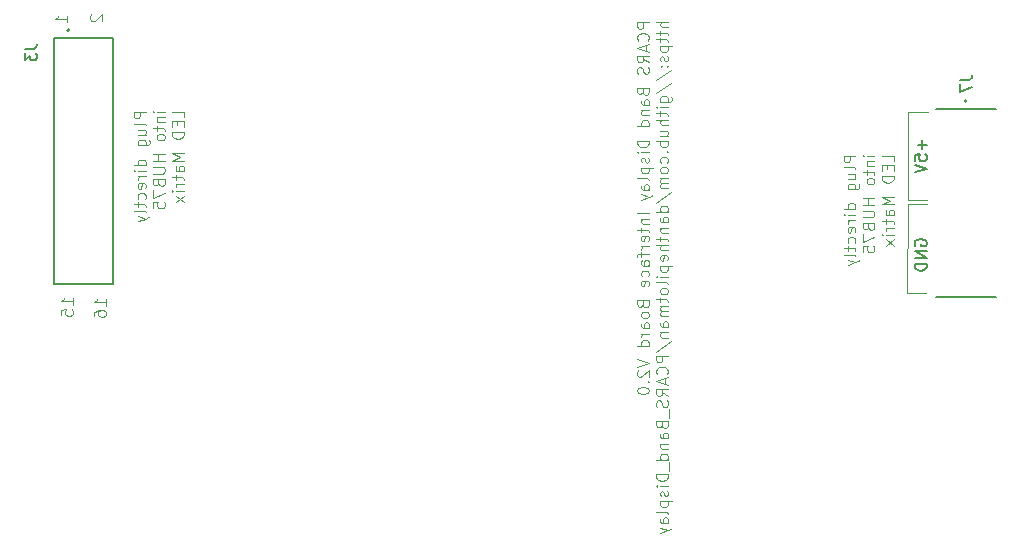
<source format=gbr>
%TF.GenerationSoftware,KiCad,Pcbnew,9.0.0*%
%TF.CreationDate,2025-04-30T10:49:43-04:00*%
%TF.ProjectId,W4MLB_Band_Display_V2,57344d4c-425f-4426-916e-645f44697370,1.0*%
%TF.SameCoordinates,Original*%
%TF.FileFunction,Legend,Bot*%
%TF.FilePolarity,Positive*%
%FSLAX46Y46*%
G04 Gerber Fmt 4.6, Leading zero omitted, Abs format (unit mm)*
G04 Created by KiCad (PCBNEW 9.0.0) date 2025-04-30 10:49:43*
%MOMM*%
%LPD*%
G01*
G04 APERTURE LIST*
%ADD10C,0.125000*%
%ADD11C,0.150000*%
%ADD12C,0.200000*%
G04 APERTURE END LIST*
D10*
X205790000Y-85530000D02*
X204140000Y-85530000D01*
X204140000Y-85530000D02*
X204100000Y-93010000D01*
X204020000Y-100840000D02*
X205660000Y-100840000D01*
X205710000Y-93360000D02*
X204060000Y-93360000D01*
X204060000Y-93360000D02*
X204020000Y-100840000D01*
X204100000Y-93010000D02*
X205740000Y-93010000D01*
X199651231Y-89230331D02*
X198651231Y-89230331D01*
X198651231Y-89230331D02*
X198651231Y-89611283D01*
X198651231Y-89611283D02*
X198698850Y-89706521D01*
X198698850Y-89706521D02*
X198746469Y-89754140D01*
X198746469Y-89754140D02*
X198841707Y-89801759D01*
X198841707Y-89801759D02*
X198984564Y-89801759D01*
X198984564Y-89801759D02*
X199079802Y-89754140D01*
X199079802Y-89754140D02*
X199127421Y-89706521D01*
X199127421Y-89706521D02*
X199175040Y-89611283D01*
X199175040Y-89611283D02*
X199175040Y-89230331D01*
X199651231Y-90373188D02*
X199603612Y-90277950D01*
X199603612Y-90277950D02*
X199508373Y-90230331D01*
X199508373Y-90230331D02*
X198651231Y-90230331D01*
X198984564Y-91182712D02*
X199651231Y-91182712D01*
X198984564Y-90754141D02*
X199508373Y-90754141D01*
X199508373Y-90754141D02*
X199603612Y-90801760D01*
X199603612Y-90801760D02*
X199651231Y-90896998D01*
X199651231Y-90896998D02*
X199651231Y-91039855D01*
X199651231Y-91039855D02*
X199603612Y-91135093D01*
X199603612Y-91135093D02*
X199555992Y-91182712D01*
X198984564Y-92087474D02*
X199794088Y-92087474D01*
X199794088Y-92087474D02*
X199889326Y-92039855D01*
X199889326Y-92039855D02*
X199936945Y-91992236D01*
X199936945Y-91992236D02*
X199984564Y-91896998D01*
X199984564Y-91896998D02*
X199984564Y-91754141D01*
X199984564Y-91754141D02*
X199936945Y-91658903D01*
X199603612Y-92087474D02*
X199651231Y-91992236D01*
X199651231Y-91992236D02*
X199651231Y-91801760D01*
X199651231Y-91801760D02*
X199603612Y-91706522D01*
X199603612Y-91706522D02*
X199555992Y-91658903D01*
X199555992Y-91658903D02*
X199460754Y-91611284D01*
X199460754Y-91611284D02*
X199175040Y-91611284D01*
X199175040Y-91611284D02*
X199079802Y-91658903D01*
X199079802Y-91658903D02*
X199032183Y-91706522D01*
X199032183Y-91706522D02*
X198984564Y-91801760D01*
X198984564Y-91801760D02*
X198984564Y-91992236D01*
X198984564Y-91992236D02*
X199032183Y-92087474D01*
X199651231Y-93754141D02*
X198651231Y-93754141D01*
X199603612Y-93754141D02*
X199651231Y-93658903D01*
X199651231Y-93658903D02*
X199651231Y-93468427D01*
X199651231Y-93468427D02*
X199603612Y-93373189D01*
X199603612Y-93373189D02*
X199555992Y-93325570D01*
X199555992Y-93325570D02*
X199460754Y-93277951D01*
X199460754Y-93277951D02*
X199175040Y-93277951D01*
X199175040Y-93277951D02*
X199079802Y-93325570D01*
X199079802Y-93325570D02*
X199032183Y-93373189D01*
X199032183Y-93373189D02*
X198984564Y-93468427D01*
X198984564Y-93468427D02*
X198984564Y-93658903D01*
X198984564Y-93658903D02*
X199032183Y-93754141D01*
X199651231Y-94230332D02*
X198984564Y-94230332D01*
X198651231Y-94230332D02*
X198698850Y-94182713D01*
X198698850Y-94182713D02*
X198746469Y-94230332D01*
X198746469Y-94230332D02*
X198698850Y-94277951D01*
X198698850Y-94277951D02*
X198651231Y-94230332D01*
X198651231Y-94230332D02*
X198746469Y-94230332D01*
X199651231Y-94706522D02*
X198984564Y-94706522D01*
X199175040Y-94706522D02*
X199079802Y-94754141D01*
X199079802Y-94754141D02*
X199032183Y-94801760D01*
X199032183Y-94801760D02*
X198984564Y-94896998D01*
X198984564Y-94896998D02*
X198984564Y-94992236D01*
X199603612Y-95706522D02*
X199651231Y-95611284D01*
X199651231Y-95611284D02*
X199651231Y-95420808D01*
X199651231Y-95420808D02*
X199603612Y-95325570D01*
X199603612Y-95325570D02*
X199508373Y-95277951D01*
X199508373Y-95277951D02*
X199127421Y-95277951D01*
X199127421Y-95277951D02*
X199032183Y-95325570D01*
X199032183Y-95325570D02*
X198984564Y-95420808D01*
X198984564Y-95420808D02*
X198984564Y-95611284D01*
X198984564Y-95611284D02*
X199032183Y-95706522D01*
X199032183Y-95706522D02*
X199127421Y-95754141D01*
X199127421Y-95754141D02*
X199222659Y-95754141D01*
X199222659Y-95754141D02*
X199317897Y-95277951D01*
X199603612Y-96611284D02*
X199651231Y-96516046D01*
X199651231Y-96516046D02*
X199651231Y-96325570D01*
X199651231Y-96325570D02*
X199603612Y-96230332D01*
X199603612Y-96230332D02*
X199555992Y-96182713D01*
X199555992Y-96182713D02*
X199460754Y-96135094D01*
X199460754Y-96135094D02*
X199175040Y-96135094D01*
X199175040Y-96135094D02*
X199079802Y-96182713D01*
X199079802Y-96182713D02*
X199032183Y-96230332D01*
X199032183Y-96230332D02*
X198984564Y-96325570D01*
X198984564Y-96325570D02*
X198984564Y-96516046D01*
X198984564Y-96516046D02*
X199032183Y-96611284D01*
X198984564Y-96896999D02*
X198984564Y-97277951D01*
X198651231Y-97039856D02*
X199508373Y-97039856D01*
X199508373Y-97039856D02*
X199603612Y-97087475D01*
X199603612Y-97087475D02*
X199651231Y-97182713D01*
X199651231Y-97182713D02*
X199651231Y-97277951D01*
X199651231Y-97754142D02*
X199603612Y-97658904D01*
X199603612Y-97658904D02*
X199508373Y-97611285D01*
X199508373Y-97611285D02*
X198651231Y-97611285D01*
X198984564Y-98039857D02*
X199651231Y-98277952D01*
X198984564Y-98516047D02*
X199651231Y-98277952D01*
X199651231Y-98277952D02*
X199889326Y-98182714D01*
X199889326Y-98182714D02*
X199936945Y-98135095D01*
X199936945Y-98135095D02*
X199984564Y-98039857D01*
X201261175Y-89230331D02*
X200594508Y-89230331D01*
X200261175Y-89230331D02*
X200308794Y-89182712D01*
X200308794Y-89182712D02*
X200356413Y-89230331D01*
X200356413Y-89230331D02*
X200308794Y-89277950D01*
X200308794Y-89277950D02*
X200261175Y-89230331D01*
X200261175Y-89230331D02*
X200356413Y-89230331D01*
X200594508Y-89706521D02*
X201261175Y-89706521D01*
X200689746Y-89706521D02*
X200642127Y-89754140D01*
X200642127Y-89754140D02*
X200594508Y-89849378D01*
X200594508Y-89849378D02*
X200594508Y-89992235D01*
X200594508Y-89992235D02*
X200642127Y-90087473D01*
X200642127Y-90087473D02*
X200737365Y-90135092D01*
X200737365Y-90135092D02*
X201261175Y-90135092D01*
X200594508Y-90468426D02*
X200594508Y-90849378D01*
X200261175Y-90611283D02*
X201118317Y-90611283D01*
X201118317Y-90611283D02*
X201213556Y-90658902D01*
X201213556Y-90658902D02*
X201261175Y-90754140D01*
X201261175Y-90754140D02*
X201261175Y-90849378D01*
X201261175Y-91325569D02*
X201213556Y-91230331D01*
X201213556Y-91230331D02*
X201165936Y-91182712D01*
X201165936Y-91182712D02*
X201070698Y-91135093D01*
X201070698Y-91135093D02*
X200784984Y-91135093D01*
X200784984Y-91135093D02*
X200689746Y-91182712D01*
X200689746Y-91182712D02*
X200642127Y-91230331D01*
X200642127Y-91230331D02*
X200594508Y-91325569D01*
X200594508Y-91325569D02*
X200594508Y-91468426D01*
X200594508Y-91468426D02*
X200642127Y-91563664D01*
X200642127Y-91563664D02*
X200689746Y-91611283D01*
X200689746Y-91611283D02*
X200784984Y-91658902D01*
X200784984Y-91658902D02*
X201070698Y-91658902D01*
X201070698Y-91658902D02*
X201165936Y-91611283D01*
X201165936Y-91611283D02*
X201213556Y-91563664D01*
X201213556Y-91563664D02*
X201261175Y-91468426D01*
X201261175Y-91468426D02*
X201261175Y-91325569D01*
X201261175Y-92849379D02*
X200261175Y-92849379D01*
X200737365Y-92849379D02*
X200737365Y-93420807D01*
X201261175Y-93420807D02*
X200261175Y-93420807D01*
X200261175Y-93896998D02*
X201070698Y-93896998D01*
X201070698Y-93896998D02*
X201165936Y-93944617D01*
X201165936Y-93944617D02*
X201213556Y-93992236D01*
X201213556Y-93992236D02*
X201261175Y-94087474D01*
X201261175Y-94087474D02*
X201261175Y-94277950D01*
X201261175Y-94277950D02*
X201213556Y-94373188D01*
X201213556Y-94373188D02*
X201165936Y-94420807D01*
X201165936Y-94420807D02*
X201070698Y-94468426D01*
X201070698Y-94468426D02*
X200261175Y-94468426D01*
X200737365Y-95277950D02*
X200784984Y-95420807D01*
X200784984Y-95420807D02*
X200832603Y-95468426D01*
X200832603Y-95468426D02*
X200927841Y-95516045D01*
X200927841Y-95516045D02*
X201070698Y-95516045D01*
X201070698Y-95516045D02*
X201165936Y-95468426D01*
X201165936Y-95468426D02*
X201213556Y-95420807D01*
X201213556Y-95420807D02*
X201261175Y-95325569D01*
X201261175Y-95325569D02*
X201261175Y-94944617D01*
X201261175Y-94944617D02*
X200261175Y-94944617D01*
X200261175Y-94944617D02*
X200261175Y-95277950D01*
X200261175Y-95277950D02*
X200308794Y-95373188D01*
X200308794Y-95373188D02*
X200356413Y-95420807D01*
X200356413Y-95420807D02*
X200451651Y-95468426D01*
X200451651Y-95468426D02*
X200546889Y-95468426D01*
X200546889Y-95468426D02*
X200642127Y-95420807D01*
X200642127Y-95420807D02*
X200689746Y-95373188D01*
X200689746Y-95373188D02*
X200737365Y-95277950D01*
X200737365Y-95277950D02*
X200737365Y-94944617D01*
X200261175Y-95849379D02*
X200261175Y-96516045D01*
X200261175Y-96516045D02*
X201261175Y-96087474D01*
X200261175Y-97373188D02*
X200261175Y-96896998D01*
X200261175Y-96896998D02*
X200737365Y-96849379D01*
X200737365Y-96849379D02*
X200689746Y-96896998D01*
X200689746Y-96896998D02*
X200642127Y-96992236D01*
X200642127Y-96992236D02*
X200642127Y-97230331D01*
X200642127Y-97230331D02*
X200689746Y-97325569D01*
X200689746Y-97325569D02*
X200737365Y-97373188D01*
X200737365Y-97373188D02*
X200832603Y-97420807D01*
X200832603Y-97420807D02*
X201070698Y-97420807D01*
X201070698Y-97420807D02*
X201165936Y-97373188D01*
X201165936Y-97373188D02*
X201213556Y-97325569D01*
X201213556Y-97325569D02*
X201261175Y-97230331D01*
X201261175Y-97230331D02*
X201261175Y-96992236D01*
X201261175Y-96992236D02*
X201213556Y-96896998D01*
X201213556Y-96896998D02*
X201165936Y-96849379D01*
X202871119Y-89706521D02*
X202871119Y-89230331D01*
X202871119Y-89230331D02*
X201871119Y-89230331D01*
X202347309Y-90039855D02*
X202347309Y-90373188D01*
X202871119Y-90516045D02*
X202871119Y-90039855D01*
X202871119Y-90039855D02*
X201871119Y-90039855D01*
X201871119Y-90039855D02*
X201871119Y-90516045D01*
X202871119Y-90944617D02*
X201871119Y-90944617D01*
X201871119Y-90944617D02*
X201871119Y-91182712D01*
X201871119Y-91182712D02*
X201918738Y-91325569D01*
X201918738Y-91325569D02*
X202013976Y-91420807D01*
X202013976Y-91420807D02*
X202109214Y-91468426D01*
X202109214Y-91468426D02*
X202299690Y-91516045D01*
X202299690Y-91516045D02*
X202442547Y-91516045D01*
X202442547Y-91516045D02*
X202633023Y-91468426D01*
X202633023Y-91468426D02*
X202728261Y-91420807D01*
X202728261Y-91420807D02*
X202823500Y-91325569D01*
X202823500Y-91325569D02*
X202871119Y-91182712D01*
X202871119Y-91182712D02*
X202871119Y-90944617D01*
X202871119Y-92706522D02*
X201871119Y-92706522D01*
X201871119Y-92706522D02*
X202585404Y-93039855D01*
X202585404Y-93039855D02*
X201871119Y-93373188D01*
X201871119Y-93373188D02*
X202871119Y-93373188D01*
X202871119Y-94277950D02*
X202347309Y-94277950D01*
X202347309Y-94277950D02*
X202252071Y-94230331D01*
X202252071Y-94230331D02*
X202204452Y-94135093D01*
X202204452Y-94135093D02*
X202204452Y-93944617D01*
X202204452Y-93944617D02*
X202252071Y-93849379D01*
X202823500Y-94277950D02*
X202871119Y-94182712D01*
X202871119Y-94182712D02*
X202871119Y-93944617D01*
X202871119Y-93944617D02*
X202823500Y-93849379D01*
X202823500Y-93849379D02*
X202728261Y-93801760D01*
X202728261Y-93801760D02*
X202633023Y-93801760D01*
X202633023Y-93801760D02*
X202537785Y-93849379D01*
X202537785Y-93849379D02*
X202490166Y-93944617D01*
X202490166Y-93944617D02*
X202490166Y-94182712D01*
X202490166Y-94182712D02*
X202442547Y-94277950D01*
X202204452Y-94611284D02*
X202204452Y-94992236D01*
X201871119Y-94754141D02*
X202728261Y-94754141D01*
X202728261Y-94754141D02*
X202823500Y-94801760D01*
X202823500Y-94801760D02*
X202871119Y-94896998D01*
X202871119Y-94896998D02*
X202871119Y-94992236D01*
X202871119Y-95325570D02*
X202204452Y-95325570D01*
X202394928Y-95325570D02*
X202299690Y-95373189D01*
X202299690Y-95373189D02*
X202252071Y-95420808D01*
X202252071Y-95420808D02*
X202204452Y-95516046D01*
X202204452Y-95516046D02*
X202204452Y-95611284D01*
X202871119Y-95944618D02*
X202204452Y-95944618D01*
X201871119Y-95944618D02*
X201918738Y-95896999D01*
X201918738Y-95896999D02*
X201966357Y-95944618D01*
X201966357Y-95944618D02*
X201918738Y-95992237D01*
X201918738Y-95992237D02*
X201871119Y-95944618D01*
X201871119Y-95944618D02*
X201966357Y-95944618D01*
X202871119Y-96325570D02*
X202204452Y-96849379D01*
X202204452Y-96325570D02*
X202871119Y-96849379D01*
X139551231Y-85520331D02*
X138551231Y-85520331D01*
X138551231Y-85520331D02*
X138551231Y-85901283D01*
X138551231Y-85901283D02*
X138598850Y-85996521D01*
X138598850Y-85996521D02*
X138646469Y-86044140D01*
X138646469Y-86044140D02*
X138741707Y-86091759D01*
X138741707Y-86091759D02*
X138884564Y-86091759D01*
X138884564Y-86091759D02*
X138979802Y-86044140D01*
X138979802Y-86044140D02*
X139027421Y-85996521D01*
X139027421Y-85996521D02*
X139075040Y-85901283D01*
X139075040Y-85901283D02*
X139075040Y-85520331D01*
X139551231Y-86663188D02*
X139503612Y-86567950D01*
X139503612Y-86567950D02*
X139408373Y-86520331D01*
X139408373Y-86520331D02*
X138551231Y-86520331D01*
X138884564Y-87472712D02*
X139551231Y-87472712D01*
X138884564Y-87044141D02*
X139408373Y-87044141D01*
X139408373Y-87044141D02*
X139503612Y-87091760D01*
X139503612Y-87091760D02*
X139551231Y-87186998D01*
X139551231Y-87186998D02*
X139551231Y-87329855D01*
X139551231Y-87329855D02*
X139503612Y-87425093D01*
X139503612Y-87425093D02*
X139455992Y-87472712D01*
X138884564Y-88377474D02*
X139694088Y-88377474D01*
X139694088Y-88377474D02*
X139789326Y-88329855D01*
X139789326Y-88329855D02*
X139836945Y-88282236D01*
X139836945Y-88282236D02*
X139884564Y-88186998D01*
X139884564Y-88186998D02*
X139884564Y-88044141D01*
X139884564Y-88044141D02*
X139836945Y-87948903D01*
X139503612Y-88377474D02*
X139551231Y-88282236D01*
X139551231Y-88282236D02*
X139551231Y-88091760D01*
X139551231Y-88091760D02*
X139503612Y-87996522D01*
X139503612Y-87996522D02*
X139455992Y-87948903D01*
X139455992Y-87948903D02*
X139360754Y-87901284D01*
X139360754Y-87901284D02*
X139075040Y-87901284D01*
X139075040Y-87901284D02*
X138979802Y-87948903D01*
X138979802Y-87948903D02*
X138932183Y-87996522D01*
X138932183Y-87996522D02*
X138884564Y-88091760D01*
X138884564Y-88091760D02*
X138884564Y-88282236D01*
X138884564Y-88282236D02*
X138932183Y-88377474D01*
X139551231Y-90044141D02*
X138551231Y-90044141D01*
X139503612Y-90044141D02*
X139551231Y-89948903D01*
X139551231Y-89948903D02*
X139551231Y-89758427D01*
X139551231Y-89758427D02*
X139503612Y-89663189D01*
X139503612Y-89663189D02*
X139455992Y-89615570D01*
X139455992Y-89615570D02*
X139360754Y-89567951D01*
X139360754Y-89567951D02*
X139075040Y-89567951D01*
X139075040Y-89567951D02*
X138979802Y-89615570D01*
X138979802Y-89615570D02*
X138932183Y-89663189D01*
X138932183Y-89663189D02*
X138884564Y-89758427D01*
X138884564Y-89758427D02*
X138884564Y-89948903D01*
X138884564Y-89948903D02*
X138932183Y-90044141D01*
X139551231Y-90520332D02*
X138884564Y-90520332D01*
X138551231Y-90520332D02*
X138598850Y-90472713D01*
X138598850Y-90472713D02*
X138646469Y-90520332D01*
X138646469Y-90520332D02*
X138598850Y-90567951D01*
X138598850Y-90567951D02*
X138551231Y-90520332D01*
X138551231Y-90520332D02*
X138646469Y-90520332D01*
X139551231Y-90996522D02*
X138884564Y-90996522D01*
X139075040Y-90996522D02*
X138979802Y-91044141D01*
X138979802Y-91044141D02*
X138932183Y-91091760D01*
X138932183Y-91091760D02*
X138884564Y-91186998D01*
X138884564Y-91186998D02*
X138884564Y-91282236D01*
X139503612Y-91996522D02*
X139551231Y-91901284D01*
X139551231Y-91901284D02*
X139551231Y-91710808D01*
X139551231Y-91710808D02*
X139503612Y-91615570D01*
X139503612Y-91615570D02*
X139408373Y-91567951D01*
X139408373Y-91567951D02*
X139027421Y-91567951D01*
X139027421Y-91567951D02*
X138932183Y-91615570D01*
X138932183Y-91615570D02*
X138884564Y-91710808D01*
X138884564Y-91710808D02*
X138884564Y-91901284D01*
X138884564Y-91901284D02*
X138932183Y-91996522D01*
X138932183Y-91996522D02*
X139027421Y-92044141D01*
X139027421Y-92044141D02*
X139122659Y-92044141D01*
X139122659Y-92044141D02*
X139217897Y-91567951D01*
X139503612Y-92901284D02*
X139551231Y-92806046D01*
X139551231Y-92806046D02*
X139551231Y-92615570D01*
X139551231Y-92615570D02*
X139503612Y-92520332D01*
X139503612Y-92520332D02*
X139455992Y-92472713D01*
X139455992Y-92472713D02*
X139360754Y-92425094D01*
X139360754Y-92425094D02*
X139075040Y-92425094D01*
X139075040Y-92425094D02*
X138979802Y-92472713D01*
X138979802Y-92472713D02*
X138932183Y-92520332D01*
X138932183Y-92520332D02*
X138884564Y-92615570D01*
X138884564Y-92615570D02*
X138884564Y-92806046D01*
X138884564Y-92806046D02*
X138932183Y-92901284D01*
X138884564Y-93186999D02*
X138884564Y-93567951D01*
X138551231Y-93329856D02*
X139408373Y-93329856D01*
X139408373Y-93329856D02*
X139503612Y-93377475D01*
X139503612Y-93377475D02*
X139551231Y-93472713D01*
X139551231Y-93472713D02*
X139551231Y-93567951D01*
X139551231Y-94044142D02*
X139503612Y-93948904D01*
X139503612Y-93948904D02*
X139408373Y-93901285D01*
X139408373Y-93901285D02*
X138551231Y-93901285D01*
X138884564Y-94329857D02*
X139551231Y-94567952D01*
X138884564Y-94806047D02*
X139551231Y-94567952D01*
X139551231Y-94567952D02*
X139789326Y-94472714D01*
X139789326Y-94472714D02*
X139836945Y-94425095D01*
X139836945Y-94425095D02*
X139884564Y-94329857D01*
X141161175Y-85520331D02*
X140494508Y-85520331D01*
X140161175Y-85520331D02*
X140208794Y-85472712D01*
X140208794Y-85472712D02*
X140256413Y-85520331D01*
X140256413Y-85520331D02*
X140208794Y-85567950D01*
X140208794Y-85567950D02*
X140161175Y-85520331D01*
X140161175Y-85520331D02*
X140256413Y-85520331D01*
X140494508Y-85996521D02*
X141161175Y-85996521D01*
X140589746Y-85996521D02*
X140542127Y-86044140D01*
X140542127Y-86044140D02*
X140494508Y-86139378D01*
X140494508Y-86139378D02*
X140494508Y-86282235D01*
X140494508Y-86282235D02*
X140542127Y-86377473D01*
X140542127Y-86377473D02*
X140637365Y-86425092D01*
X140637365Y-86425092D02*
X141161175Y-86425092D01*
X140494508Y-86758426D02*
X140494508Y-87139378D01*
X140161175Y-86901283D02*
X141018317Y-86901283D01*
X141018317Y-86901283D02*
X141113556Y-86948902D01*
X141113556Y-86948902D02*
X141161175Y-87044140D01*
X141161175Y-87044140D02*
X141161175Y-87139378D01*
X141161175Y-87615569D02*
X141113556Y-87520331D01*
X141113556Y-87520331D02*
X141065936Y-87472712D01*
X141065936Y-87472712D02*
X140970698Y-87425093D01*
X140970698Y-87425093D02*
X140684984Y-87425093D01*
X140684984Y-87425093D02*
X140589746Y-87472712D01*
X140589746Y-87472712D02*
X140542127Y-87520331D01*
X140542127Y-87520331D02*
X140494508Y-87615569D01*
X140494508Y-87615569D02*
X140494508Y-87758426D01*
X140494508Y-87758426D02*
X140542127Y-87853664D01*
X140542127Y-87853664D02*
X140589746Y-87901283D01*
X140589746Y-87901283D02*
X140684984Y-87948902D01*
X140684984Y-87948902D02*
X140970698Y-87948902D01*
X140970698Y-87948902D02*
X141065936Y-87901283D01*
X141065936Y-87901283D02*
X141113556Y-87853664D01*
X141113556Y-87853664D02*
X141161175Y-87758426D01*
X141161175Y-87758426D02*
X141161175Y-87615569D01*
X141161175Y-89139379D02*
X140161175Y-89139379D01*
X140637365Y-89139379D02*
X140637365Y-89710807D01*
X141161175Y-89710807D02*
X140161175Y-89710807D01*
X140161175Y-90186998D02*
X140970698Y-90186998D01*
X140970698Y-90186998D02*
X141065936Y-90234617D01*
X141065936Y-90234617D02*
X141113556Y-90282236D01*
X141113556Y-90282236D02*
X141161175Y-90377474D01*
X141161175Y-90377474D02*
X141161175Y-90567950D01*
X141161175Y-90567950D02*
X141113556Y-90663188D01*
X141113556Y-90663188D02*
X141065936Y-90710807D01*
X141065936Y-90710807D02*
X140970698Y-90758426D01*
X140970698Y-90758426D02*
X140161175Y-90758426D01*
X140637365Y-91567950D02*
X140684984Y-91710807D01*
X140684984Y-91710807D02*
X140732603Y-91758426D01*
X140732603Y-91758426D02*
X140827841Y-91806045D01*
X140827841Y-91806045D02*
X140970698Y-91806045D01*
X140970698Y-91806045D02*
X141065936Y-91758426D01*
X141065936Y-91758426D02*
X141113556Y-91710807D01*
X141113556Y-91710807D02*
X141161175Y-91615569D01*
X141161175Y-91615569D02*
X141161175Y-91234617D01*
X141161175Y-91234617D02*
X140161175Y-91234617D01*
X140161175Y-91234617D02*
X140161175Y-91567950D01*
X140161175Y-91567950D02*
X140208794Y-91663188D01*
X140208794Y-91663188D02*
X140256413Y-91710807D01*
X140256413Y-91710807D02*
X140351651Y-91758426D01*
X140351651Y-91758426D02*
X140446889Y-91758426D01*
X140446889Y-91758426D02*
X140542127Y-91710807D01*
X140542127Y-91710807D02*
X140589746Y-91663188D01*
X140589746Y-91663188D02*
X140637365Y-91567950D01*
X140637365Y-91567950D02*
X140637365Y-91234617D01*
X140161175Y-92139379D02*
X140161175Y-92806045D01*
X140161175Y-92806045D02*
X141161175Y-92377474D01*
X140161175Y-93663188D02*
X140161175Y-93186998D01*
X140161175Y-93186998D02*
X140637365Y-93139379D01*
X140637365Y-93139379D02*
X140589746Y-93186998D01*
X140589746Y-93186998D02*
X140542127Y-93282236D01*
X140542127Y-93282236D02*
X140542127Y-93520331D01*
X140542127Y-93520331D02*
X140589746Y-93615569D01*
X140589746Y-93615569D02*
X140637365Y-93663188D01*
X140637365Y-93663188D02*
X140732603Y-93710807D01*
X140732603Y-93710807D02*
X140970698Y-93710807D01*
X140970698Y-93710807D02*
X141065936Y-93663188D01*
X141065936Y-93663188D02*
X141113556Y-93615569D01*
X141113556Y-93615569D02*
X141161175Y-93520331D01*
X141161175Y-93520331D02*
X141161175Y-93282236D01*
X141161175Y-93282236D02*
X141113556Y-93186998D01*
X141113556Y-93186998D02*
X141065936Y-93139379D01*
X142771119Y-85996521D02*
X142771119Y-85520331D01*
X142771119Y-85520331D02*
X141771119Y-85520331D01*
X142247309Y-86329855D02*
X142247309Y-86663188D01*
X142771119Y-86806045D02*
X142771119Y-86329855D01*
X142771119Y-86329855D02*
X141771119Y-86329855D01*
X141771119Y-86329855D02*
X141771119Y-86806045D01*
X142771119Y-87234617D02*
X141771119Y-87234617D01*
X141771119Y-87234617D02*
X141771119Y-87472712D01*
X141771119Y-87472712D02*
X141818738Y-87615569D01*
X141818738Y-87615569D02*
X141913976Y-87710807D01*
X141913976Y-87710807D02*
X142009214Y-87758426D01*
X142009214Y-87758426D02*
X142199690Y-87806045D01*
X142199690Y-87806045D02*
X142342547Y-87806045D01*
X142342547Y-87806045D02*
X142533023Y-87758426D01*
X142533023Y-87758426D02*
X142628261Y-87710807D01*
X142628261Y-87710807D02*
X142723500Y-87615569D01*
X142723500Y-87615569D02*
X142771119Y-87472712D01*
X142771119Y-87472712D02*
X142771119Y-87234617D01*
X142771119Y-88996522D02*
X141771119Y-88996522D01*
X141771119Y-88996522D02*
X142485404Y-89329855D01*
X142485404Y-89329855D02*
X141771119Y-89663188D01*
X141771119Y-89663188D02*
X142771119Y-89663188D01*
X142771119Y-90567950D02*
X142247309Y-90567950D01*
X142247309Y-90567950D02*
X142152071Y-90520331D01*
X142152071Y-90520331D02*
X142104452Y-90425093D01*
X142104452Y-90425093D02*
X142104452Y-90234617D01*
X142104452Y-90234617D02*
X142152071Y-90139379D01*
X142723500Y-90567950D02*
X142771119Y-90472712D01*
X142771119Y-90472712D02*
X142771119Y-90234617D01*
X142771119Y-90234617D02*
X142723500Y-90139379D01*
X142723500Y-90139379D02*
X142628261Y-90091760D01*
X142628261Y-90091760D02*
X142533023Y-90091760D01*
X142533023Y-90091760D02*
X142437785Y-90139379D01*
X142437785Y-90139379D02*
X142390166Y-90234617D01*
X142390166Y-90234617D02*
X142390166Y-90472712D01*
X142390166Y-90472712D02*
X142342547Y-90567950D01*
X142104452Y-90901284D02*
X142104452Y-91282236D01*
X141771119Y-91044141D02*
X142628261Y-91044141D01*
X142628261Y-91044141D02*
X142723500Y-91091760D01*
X142723500Y-91091760D02*
X142771119Y-91186998D01*
X142771119Y-91186998D02*
X142771119Y-91282236D01*
X142771119Y-91615570D02*
X142104452Y-91615570D01*
X142294928Y-91615570D02*
X142199690Y-91663189D01*
X142199690Y-91663189D02*
X142152071Y-91710808D01*
X142152071Y-91710808D02*
X142104452Y-91806046D01*
X142104452Y-91806046D02*
X142104452Y-91901284D01*
X142771119Y-92234618D02*
X142104452Y-92234618D01*
X141771119Y-92234618D02*
X141818738Y-92186999D01*
X141818738Y-92186999D02*
X141866357Y-92234618D01*
X141866357Y-92234618D02*
X141818738Y-92282237D01*
X141818738Y-92282237D02*
X141771119Y-92234618D01*
X141771119Y-92234618D02*
X141866357Y-92234618D01*
X142771119Y-92615570D02*
X142104452Y-93139379D01*
X142104452Y-92615570D02*
X142771119Y-93139379D01*
D11*
X205288866Y-87946779D02*
X205288866Y-88708684D01*
X205669819Y-88327731D02*
X204907914Y-88327731D01*
X204669819Y-89661064D02*
X204669819Y-89184874D01*
X204669819Y-89184874D02*
X205146009Y-89137255D01*
X205146009Y-89137255D02*
X205098390Y-89184874D01*
X205098390Y-89184874D02*
X205050771Y-89280112D01*
X205050771Y-89280112D02*
X205050771Y-89518207D01*
X205050771Y-89518207D02*
X205098390Y-89613445D01*
X205098390Y-89613445D02*
X205146009Y-89661064D01*
X205146009Y-89661064D02*
X205241247Y-89708683D01*
X205241247Y-89708683D02*
X205479342Y-89708683D01*
X205479342Y-89708683D02*
X205574580Y-89661064D01*
X205574580Y-89661064D02*
X205622200Y-89613445D01*
X205622200Y-89613445D02*
X205669819Y-89518207D01*
X205669819Y-89518207D02*
X205669819Y-89280112D01*
X205669819Y-89280112D02*
X205622200Y-89184874D01*
X205622200Y-89184874D02*
X205574580Y-89137255D01*
X204669819Y-89994398D02*
X205669819Y-90327731D01*
X205669819Y-90327731D02*
X204669819Y-90661064D01*
D10*
X136171119Y-101944140D02*
X136171119Y-101372712D01*
X136171119Y-101658426D02*
X135171119Y-101658426D01*
X135171119Y-101658426D02*
X135313976Y-101563188D01*
X135313976Y-101563188D02*
X135409214Y-101467950D01*
X135409214Y-101467950D02*
X135456833Y-101372712D01*
X135171119Y-102801283D02*
X135171119Y-102610807D01*
X135171119Y-102610807D02*
X135218738Y-102515569D01*
X135218738Y-102515569D02*
X135266357Y-102467950D01*
X135266357Y-102467950D02*
X135409214Y-102372712D01*
X135409214Y-102372712D02*
X135599690Y-102325093D01*
X135599690Y-102325093D02*
X135980642Y-102325093D01*
X135980642Y-102325093D02*
X136075880Y-102372712D01*
X136075880Y-102372712D02*
X136123500Y-102420331D01*
X136123500Y-102420331D02*
X136171119Y-102515569D01*
X136171119Y-102515569D02*
X136171119Y-102706045D01*
X136171119Y-102706045D02*
X136123500Y-102801283D01*
X136123500Y-102801283D02*
X136075880Y-102848902D01*
X136075880Y-102848902D02*
X135980642Y-102896521D01*
X135980642Y-102896521D02*
X135742547Y-102896521D01*
X135742547Y-102896521D02*
X135647309Y-102848902D01*
X135647309Y-102848902D02*
X135599690Y-102801283D01*
X135599690Y-102801283D02*
X135552071Y-102706045D01*
X135552071Y-102706045D02*
X135552071Y-102515569D01*
X135552071Y-102515569D02*
X135599690Y-102420331D01*
X135599690Y-102420331D02*
X135647309Y-102372712D01*
X135647309Y-102372712D02*
X135742547Y-102325093D01*
X132871119Y-77944140D02*
X132871119Y-77372712D01*
X132871119Y-77658426D02*
X131871119Y-77658426D01*
X131871119Y-77658426D02*
X132013976Y-77563188D01*
X132013976Y-77563188D02*
X132109214Y-77467950D01*
X132109214Y-77467950D02*
X132156833Y-77372712D01*
X134966357Y-77272712D02*
X134918738Y-77320331D01*
X134918738Y-77320331D02*
X134871119Y-77415569D01*
X134871119Y-77415569D02*
X134871119Y-77653664D01*
X134871119Y-77653664D02*
X134918738Y-77748902D01*
X134918738Y-77748902D02*
X134966357Y-77796521D01*
X134966357Y-77796521D02*
X135061595Y-77844140D01*
X135061595Y-77844140D02*
X135156833Y-77844140D01*
X135156833Y-77844140D02*
X135299690Y-77796521D01*
X135299690Y-77796521D02*
X135871119Y-77225093D01*
X135871119Y-77225093D02*
X135871119Y-77844140D01*
X133371119Y-101844140D02*
X133371119Y-101272712D01*
X133371119Y-101558426D02*
X132371119Y-101558426D01*
X132371119Y-101558426D02*
X132513976Y-101463188D01*
X132513976Y-101463188D02*
X132609214Y-101367950D01*
X132609214Y-101367950D02*
X132656833Y-101272712D01*
X132371119Y-102748902D02*
X132371119Y-102272712D01*
X132371119Y-102272712D02*
X132847309Y-102225093D01*
X132847309Y-102225093D02*
X132799690Y-102272712D01*
X132799690Y-102272712D02*
X132752071Y-102367950D01*
X132752071Y-102367950D02*
X132752071Y-102606045D01*
X132752071Y-102606045D02*
X132799690Y-102701283D01*
X132799690Y-102701283D02*
X132847309Y-102748902D01*
X132847309Y-102748902D02*
X132942547Y-102796521D01*
X132942547Y-102796521D02*
X133180642Y-102796521D01*
X133180642Y-102796521D02*
X133275880Y-102748902D01*
X133275880Y-102748902D02*
X133323500Y-102701283D01*
X133323500Y-102701283D02*
X133371119Y-102606045D01*
X133371119Y-102606045D02*
X133371119Y-102367950D01*
X133371119Y-102367950D02*
X133323500Y-102272712D01*
X133323500Y-102272712D02*
X133275880Y-102225093D01*
D11*
X204717438Y-96870588D02*
X204669819Y-96775350D01*
X204669819Y-96775350D02*
X204669819Y-96632493D01*
X204669819Y-96632493D02*
X204717438Y-96489636D01*
X204717438Y-96489636D02*
X204812676Y-96394398D01*
X204812676Y-96394398D02*
X204907914Y-96346779D01*
X204907914Y-96346779D02*
X205098390Y-96299160D01*
X205098390Y-96299160D02*
X205241247Y-96299160D01*
X205241247Y-96299160D02*
X205431723Y-96346779D01*
X205431723Y-96346779D02*
X205526961Y-96394398D01*
X205526961Y-96394398D02*
X205622200Y-96489636D01*
X205622200Y-96489636D02*
X205669819Y-96632493D01*
X205669819Y-96632493D02*
X205669819Y-96727731D01*
X205669819Y-96727731D02*
X205622200Y-96870588D01*
X205622200Y-96870588D02*
X205574580Y-96918207D01*
X205574580Y-96918207D02*
X205241247Y-96918207D01*
X205241247Y-96918207D02*
X205241247Y-96727731D01*
X205669819Y-97346779D02*
X204669819Y-97346779D01*
X204669819Y-97346779D02*
X205669819Y-97918207D01*
X205669819Y-97918207D02*
X204669819Y-97918207D01*
X205669819Y-98394398D02*
X204669819Y-98394398D01*
X204669819Y-98394398D02*
X204669819Y-98632493D01*
X204669819Y-98632493D02*
X204717438Y-98775350D01*
X204717438Y-98775350D02*
X204812676Y-98870588D01*
X204812676Y-98870588D02*
X204907914Y-98918207D01*
X204907914Y-98918207D02*
X205098390Y-98965826D01*
X205098390Y-98965826D02*
X205241247Y-98965826D01*
X205241247Y-98965826D02*
X205431723Y-98918207D01*
X205431723Y-98918207D02*
X205526961Y-98870588D01*
X205526961Y-98870588D02*
X205622200Y-98775350D01*
X205622200Y-98775350D02*
X205669819Y-98632493D01*
X205669819Y-98632493D02*
X205669819Y-98394398D01*
D10*
X182161175Y-77920331D02*
X181161175Y-77920331D01*
X181161175Y-77920331D02*
X181161175Y-78301283D01*
X181161175Y-78301283D02*
X181208794Y-78396521D01*
X181208794Y-78396521D02*
X181256413Y-78444140D01*
X181256413Y-78444140D02*
X181351651Y-78491759D01*
X181351651Y-78491759D02*
X181494508Y-78491759D01*
X181494508Y-78491759D02*
X181589746Y-78444140D01*
X181589746Y-78444140D02*
X181637365Y-78396521D01*
X181637365Y-78396521D02*
X181684984Y-78301283D01*
X181684984Y-78301283D02*
X181684984Y-77920331D01*
X182065936Y-79491759D02*
X182113556Y-79444140D01*
X182113556Y-79444140D02*
X182161175Y-79301283D01*
X182161175Y-79301283D02*
X182161175Y-79206045D01*
X182161175Y-79206045D02*
X182113556Y-79063188D01*
X182113556Y-79063188D02*
X182018317Y-78967950D01*
X182018317Y-78967950D02*
X181923079Y-78920331D01*
X181923079Y-78920331D02*
X181732603Y-78872712D01*
X181732603Y-78872712D02*
X181589746Y-78872712D01*
X181589746Y-78872712D02*
X181399270Y-78920331D01*
X181399270Y-78920331D02*
X181304032Y-78967950D01*
X181304032Y-78967950D02*
X181208794Y-79063188D01*
X181208794Y-79063188D02*
X181161175Y-79206045D01*
X181161175Y-79206045D02*
X181161175Y-79301283D01*
X181161175Y-79301283D02*
X181208794Y-79444140D01*
X181208794Y-79444140D02*
X181256413Y-79491759D01*
X181875460Y-79872712D02*
X181875460Y-80348902D01*
X182161175Y-79777474D02*
X181161175Y-80110807D01*
X181161175Y-80110807D02*
X182161175Y-80444140D01*
X182161175Y-81348902D02*
X181684984Y-81015569D01*
X182161175Y-80777474D02*
X181161175Y-80777474D01*
X181161175Y-80777474D02*
X181161175Y-81158426D01*
X181161175Y-81158426D02*
X181208794Y-81253664D01*
X181208794Y-81253664D02*
X181256413Y-81301283D01*
X181256413Y-81301283D02*
X181351651Y-81348902D01*
X181351651Y-81348902D02*
X181494508Y-81348902D01*
X181494508Y-81348902D02*
X181589746Y-81301283D01*
X181589746Y-81301283D02*
X181637365Y-81253664D01*
X181637365Y-81253664D02*
X181684984Y-81158426D01*
X181684984Y-81158426D02*
X181684984Y-80777474D01*
X182113556Y-81729855D02*
X182161175Y-81872712D01*
X182161175Y-81872712D02*
X182161175Y-82110807D01*
X182161175Y-82110807D02*
X182113556Y-82206045D01*
X182113556Y-82206045D02*
X182065936Y-82253664D01*
X182065936Y-82253664D02*
X181970698Y-82301283D01*
X181970698Y-82301283D02*
X181875460Y-82301283D01*
X181875460Y-82301283D02*
X181780222Y-82253664D01*
X181780222Y-82253664D02*
X181732603Y-82206045D01*
X181732603Y-82206045D02*
X181684984Y-82110807D01*
X181684984Y-82110807D02*
X181637365Y-81920331D01*
X181637365Y-81920331D02*
X181589746Y-81825093D01*
X181589746Y-81825093D02*
X181542127Y-81777474D01*
X181542127Y-81777474D02*
X181446889Y-81729855D01*
X181446889Y-81729855D02*
X181351651Y-81729855D01*
X181351651Y-81729855D02*
X181256413Y-81777474D01*
X181256413Y-81777474D02*
X181208794Y-81825093D01*
X181208794Y-81825093D02*
X181161175Y-81920331D01*
X181161175Y-81920331D02*
X181161175Y-82158426D01*
X181161175Y-82158426D02*
X181208794Y-82301283D01*
X181637365Y-83825093D02*
X181684984Y-83967950D01*
X181684984Y-83967950D02*
X181732603Y-84015569D01*
X181732603Y-84015569D02*
X181827841Y-84063188D01*
X181827841Y-84063188D02*
X181970698Y-84063188D01*
X181970698Y-84063188D02*
X182065936Y-84015569D01*
X182065936Y-84015569D02*
X182113556Y-83967950D01*
X182113556Y-83967950D02*
X182161175Y-83872712D01*
X182161175Y-83872712D02*
X182161175Y-83491760D01*
X182161175Y-83491760D02*
X181161175Y-83491760D01*
X181161175Y-83491760D02*
X181161175Y-83825093D01*
X181161175Y-83825093D02*
X181208794Y-83920331D01*
X181208794Y-83920331D02*
X181256413Y-83967950D01*
X181256413Y-83967950D02*
X181351651Y-84015569D01*
X181351651Y-84015569D02*
X181446889Y-84015569D01*
X181446889Y-84015569D02*
X181542127Y-83967950D01*
X181542127Y-83967950D02*
X181589746Y-83920331D01*
X181589746Y-83920331D02*
X181637365Y-83825093D01*
X181637365Y-83825093D02*
X181637365Y-83491760D01*
X182161175Y-84920331D02*
X181637365Y-84920331D01*
X181637365Y-84920331D02*
X181542127Y-84872712D01*
X181542127Y-84872712D02*
X181494508Y-84777474D01*
X181494508Y-84777474D02*
X181494508Y-84586998D01*
X181494508Y-84586998D02*
X181542127Y-84491760D01*
X182113556Y-84920331D02*
X182161175Y-84825093D01*
X182161175Y-84825093D02*
X182161175Y-84586998D01*
X182161175Y-84586998D02*
X182113556Y-84491760D01*
X182113556Y-84491760D02*
X182018317Y-84444141D01*
X182018317Y-84444141D02*
X181923079Y-84444141D01*
X181923079Y-84444141D02*
X181827841Y-84491760D01*
X181827841Y-84491760D02*
X181780222Y-84586998D01*
X181780222Y-84586998D02*
X181780222Y-84825093D01*
X181780222Y-84825093D02*
X181732603Y-84920331D01*
X181494508Y-85396522D02*
X182161175Y-85396522D01*
X181589746Y-85396522D02*
X181542127Y-85444141D01*
X181542127Y-85444141D02*
X181494508Y-85539379D01*
X181494508Y-85539379D02*
X181494508Y-85682236D01*
X181494508Y-85682236D02*
X181542127Y-85777474D01*
X181542127Y-85777474D02*
X181637365Y-85825093D01*
X181637365Y-85825093D02*
X182161175Y-85825093D01*
X182161175Y-86729855D02*
X181161175Y-86729855D01*
X182113556Y-86729855D02*
X182161175Y-86634617D01*
X182161175Y-86634617D02*
X182161175Y-86444141D01*
X182161175Y-86444141D02*
X182113556Y-86348903D01*
X182113556Y-86348903D02*
X182065936Y-86301284D01*
X182065936Y-86301284D02*
X181970698Y-86253665D01*
X181970698Y-86253665D02*
X181684984Y-86253665D01*
X181684984Y-86253665D02*
X181589746Y-86301284D01*
X181589746Y-86301284D02*
X181542127Y-86348903D01*
X181542127Y-86348903D02*
X181494508Y-86444141D01*
X181494508Y-86444141D02*
X181494508Y-86634617D01*
X181494508Y-86634617D02*
X181542127Y-86729855D01*
X182161175Y-87967951D02*
X181161175Y-87967951D01*
X181161175Y-87967951D02*
X181161175Y-88206046D01*
X181161175Y-88206046D02*
X181208794Y-88348903D01*
X181208794Y-88348903D02*
X181304032Y-88444141D01*
X181304032Y-88444141D02*
X181399270Y-88491760D01*
X181399270Y-88491760D02*
X181589746Y-88539379D01*
X181589746Y-88539379D02*
X181732603Y-88539379D01*
X181732603Y-88539379D02*
X181923079Y-88491760D01*
X181923079Y-88491760D02*
X182018317Y-88444141D01*
X182018317Y-88444141D02*
X182113556Y-88348903D01*
X182113556Y-88348903D02*
X182161175Y-88206046D01*
X182161175Y-88206046D02*
X182161175Y-87967951D01*
X182161175Y-88967951D02*
X181494508Y-88967951D01*
X181161175Y-88967951D02*
X181208794Y-88920332D01*
X181208794Y-88920332D02*
X181256413Y-88967951D01*
X181256413Y-88967951D02*
X181208794Y-89015570D01*
X181208794Y-89015570D02*
X181161175Y-88967951D01*
X181161175Y-88967951D02*
X181256413Y-88967951D01*
X182113556Y-89396522D02*
X182161175Y-89491760D01*
X182161175Y-89491760D02*
X182161175Y-89682236D01*
X182161175Y-89682236D02*
X182113556Y-89777474D01*
X182113556Y-89777474D02*
X182018317Y-89825093D01*
X182018317Y-89825093D02*
X181970698Y-89825093D01*
X181970698Y-89825093D02*
X181875460Y-89777474D01*
X181875460Y-89777474D02*
X181827841Y-89682236D01*
X181827841Y-89682236D02*
X181827841Y-89539379D01*
X181827841Y-89539379D02*
X181780222Y-89444141D01*
X181780222Y-89444141D02*
X181684984Y-89396522D01*
X181684984Y-89396522D02*
X181637365Y-89396522D01*
X181637365Y-89396522D02*
X181542127Y-89444141D01*
X181542127Y-89444141D02*
X181494508Y-89539379D01*
X181494508Y-89539379D02*
X181494508Y-89682236D01*
X181494508Y-89682236D02*
X181542127Y-89777474D01*
X181494508Y-90253665D02*
X182494508Y-90253665D01*
X181542127Y-90253665D02*
X181494508Y-90348903D01*
X181494508Y-90348903D02*
X181494508Y-90539379D01*
X181494508Y-90539379D02*
X181542127Y-90634617D01*
X181542127Y-90634617D02*
X181589746Y-90682236D01*
X181589746Y-90682236D02*
X181684984Y-90729855D01*
X181684984Y-90729855D02*
X181970698Y-90729855D01*
X181970698Y-90729855D02*
X182065936Y-90682236D01*
X182065936Y-90682236D02*
X182113556Y-90634617D01*
X182113556Y-90634617D02*
X182161175Y-90539379D01*
X182161175Y-90539379D02*
X182161175Y-90348903D01*
X182161175Y-90348903D02*
X182113556Y-90253665D01*
X182161175Y-91301284D02*
X182113556Y-91206046D01*
X182113556Y-91206046D02*
X182018317Y-91158427D01*
X182018317Y-91158427D02*
X181161175Y-91158427D01*
X182161175Y-92110808D02*
X181637365Y-92110808D01*
X181637365Y-92110808D02*
X181542127Y-92063189D01*
X181542127Y-92063189D02*
X181494508Y-91967951D01*
X181494508Y-91967951D02*
X181494508Y-91777475D01*
X181494508Y-91777475D02*
X181542127Y-91682237D01*
X182113556Y-92110808D02*
X182161175Y-92015570D01*
X182161175Y-92015570D02*
X182161175Y-91777475D01*
X182161175Y-91777475D02*
X182113556Y-91682237D01*
X182113556Y-91682237D02*
X182018317Y-91634618D01*
X182018317Y-91634618D02*
X181923079Y-91634618D01*
X181923079Y-91634618D02*
X181827841Y-91682237D01*
X181827841Y-91682237D02*
X181780222Y-91777475D01*
X181780222Y-91777475D02*
X181780222Y-92015570D01*
X181780222Y-92015570D02*
X181732603Y-92110808D01*
X181494508Y-92491761D02*
X182161175Y-92729856D01*
X181494508Y-92967951D02*
X182161175Y-92729856D01*
X182161175Y-92729856D02*
X182399270Y-92634618D01*
X182399270Y-92634618D02*
X182446889Y-92586999D01*
X182446889Y-92586999D02*
X182494508Y-92491761D01*
X182161175Y-94110809D02*
X181161175Y-94110809D01*
X181494508Y-94586999D02*
X182161175Y-94586999D01*
X181589746Y-94586999D02*
X181542127Y-94634618D01*
X181542127Y-94634618D02*
X181494508Y-94729856D01*
X181494508Y-94729856D02*
X181494508Y-94872713D01*
X181494508Y-94872713D02*
X181542127Y-94967951D01*
X181542127Y-94967951D02*
X181637365Y-95015570D01*
X181637365Y-95015570D02*
X182161175Y-95015570D01*
X181494508Y-95348904D02*
X181494508Y-95729856D01*
X181161175Y-95491761D02*
X182018317Y-95491761D01*
X182018317Y-95491761D02*
X182113556Y-95539380D01*
X182113556Y-95539380D02*
X182161175Y-95634618D01*
X182161175Y-95634618D02*
X182161175Y-95729856D01*
X182113556Y-96444142D02*
X182161175Y-96348904D01*
X182161175Y-96348904D02*
X182161175Y-96158428D01*
X182161175Y-96158428D02*
X182113556Y-96063190D01*
X182113556Y-96063190D02*
X182018317Y-96015571D01*
X182018317Y-96015571D02*
X181637365Y-96015571D01*
X181637365Y-96015571D02*
X181542127Y-96063190D01*
X181542127Y-96063190D02*
X181494508Y-96158428D01*
X181494508Y-96158428D02*
X181494508Y-96348904D01*
X181494508Y-96348904D02*
X181542127Y-96444142D01*
X181542127Y-96444142D02*
X181637365Y-96491761D01*
X181637365Y-96491761D02*
X181732603Y-96491761D01*
X181732603Y-96491761D02*
X181827841Y-96015571D01*
X182161175Y-96920333D02*
X181494508Y-96920333D01*
X181684984Y-96920333D02*
X181589746Y-96967952D01*
X181589746Y-96967952D02*
X181542127Y-97015571D01*
X181542127Y-97015571D02*
X181494508Y-97110809D01*
X181494508Y-97110809D02*
X181494508Y-97206047D01*
X181494508Y-97396524D02*
X181494508Y-97777476D01*
X182161175Y-97539381D02*
X181304032Y-97539381D01*
X181304032Y-97539381D02*
X181208794Y-97587000D01*
X181208794Y-97587000D02*
X181161175Y-97682238D01*
X181161175Y-97682238D02*
X181161175Y-97777476D01*
X182161175Y-98539381D02*
X181637365Y-98539381D01*
X181637365Y-98539381D02*
X181542127Y-98491762D01*
X181542127Y-98491762D02*
X181494508Y-98396524D01*
X181494508Y-98396524D02*
X181494508Y-98206048D01*
X181494508Y-98206048D02*
X181542127Y-98110810D01*
X182113556Y-98539381D02*
X182161175Y-98444143D01*
X182161175Y-98444143D02*
X182161175Y-98206048D01*
X182161175Y-98206048D02*
X182113556Y-98110810D01*
X182113556Y-98110810D02*
X182018317Y-98063191D01*
X182018317Y-98063191D02*
X181923079Y-98063191D01*
X181923079Y-98063191D02*
X181827841Y-98110810D01*
X181827841Y-98110810D02*
X181780222Y-98206048D01*
X181780222Y-98206048D02*
X181780222Y-98444143D01*
X181780222Y-98444143D02*
X181732603Y-98539381D01*
X182113556Y-99444143D02*
X182161175Y-99348905D01*
X182161175Y-99348905D02*
X182161175Y-99158429D01*
X182161175Y-99158429D02*
X182113556Y-99063191D01*
X182113556Y-99063191D02*
X182065936Y-99015572D01*
X182065936Y-99015572D02*
X181970698Y-98967953D01*
X181970698Y-98967953D02*
X181684984Y-98967953D01*
X181684984Y-98967953D02*
X181589746Y-99015572D01*
X181589746Y-99015572D02*
X181542127Y-99063191D01*
X181542127Y-99063191D02*
X181494508Y-99158429D01*
X181494508Y-99158429D02*
X181494508Y-99348905D01*
X181494508Y-99348905D02*
X181542127Y-99444143D01*
X182113556Y-100253667D02*
X182161175Y-100158429D01*
X182161175Y-100158429D02*
X182161175Y-99967953D01*
X182161175Y-99967953D02*
X182113556Y-99872715D01*
X182113556Y-99872715D02*
X182018317Y-99825096D01*
X182018317Y-99825096D02*
X181637365Y-99825096D01*
X181637365Y-99825096D02*
X181542127Y-99872715D01*
X181542127Y-99872715D02*
X181494508Y-99967953D01*
X181494508Y-99967953D02*
X181494508Y-100158429D01*
X181494508Y-100158429D02*
X181542127Y-100253667D01*
X181542127Y-100253667D02*
X181637365Y-100301286D01*
X181637365Y-100301286D02*
X181732603Y-100301286D01*
X181732603Y-100301286D02*
X181827841Y-99825096D01*
X181637365Y-101825096D02*
X181684984Y-101967953D01*
X181684984Y-101967953D02*
X181732603Y-102015572D01*
X181732603Y-102015572D02*
X181827841Y-102063191D01*
X181827841Y-102063191D02*
X181970698Y-102063191D01*
X181970698Y-102063191D02*
X182065936Y-102015572D01*
X182065936Y-102015572D02*
X182113556Y-101967953D01*
X182113556Y-101967953D02*
X182161175Y-101872715D01*
X182161175Y-101872715D02*
X182161175Y-101491763D01*
X182161175Y-101491763D02*
X181161175Y-101491763D01*
X181161175Y-101491763D02*
X181161175Y-101825096D01*
X181161175Y-101825096D02*
X181208794Y-101920334D01*
X181208794Y-101920334D02*
X181256413Y-101967953D01*
X181256413Y-101967953D02*
X181351651Y-102015572D01*
X181351651Y-102015572D02*
X181446889Y-102015572D01*
X181446889Y-102015572D02*
X181542127Y-101967953D01*
X181542127Y-101967953D02*
X181589746Y-101920334D01*
X181589746Y-101920334D02*
X181637365Y-101825096D01*
X181637365Y-101825096D02*
X181637365Y-101491763D01*
X182161175Y-102634620D02*
X182113556Y-102539382D01*
X182113556Y-102539382D02*
X182065936Y-102491763D01*
X182065936Y-102491763D02*
X181970698Y-102444144D01*
X181970698Y-102444144D02*
X181684984Y-102444144D01*
X181684984Y-102444144D02*
X181589746Y-102491763D01*
X181589746Y-102491763D02*
X181542127Y-102539382D01*
X181542127Y-102539382D02*
X181494508Y-102634620D01*
X181494508Y-102634620D02*
X181494508Y-102777477D01*
X181494508Y-102777477D02*
X181542127Y-102872715D01*
X181542127Y-102872715D02*
X181589746Y-102920334D01*
X181589746Y-102920334D02*
X181684984Y-102967953D01*
X181684984Y-102967953D02*
X181970698Y-102967953D01*
X181970698Y-102967953D02*
X182065936Y-102920334D01*
X182065936Y-102920334D02*
X182113556Y-102872715D01*
X182113556Y-102872715D02*
X182161175Y-102777477D01*
X182161175Y-102777477D02*
X182161175Y-102634620D01*
X182161175Y-103825096D02*
X181637365Y-103825096D01*
X181637365Y-103825096D02*
X181542127Y-103777477D01*
X181542127Y-103777477D02*
X181494508Y-103682239D01*
X181494508Y-103682239D02*
X181494508Y-103491763D01*
X181494508Y-103491763D02*
X181542127Y-103396525D01*
X182113556Y-103825096D02*
X182161175Y-103729858D01*
X182161175Y-103729858D02*
X182161175Y-103491763D01*
X182161175Y-103491763D02*
X182113556Y-103396525D01*
X182113556Y-103396525D02*
X182018317Y-103348906D01*
X182018317Y-103348906D02*
X181923079Y-103348906D01*
X181923079Y-103348906D02*
X181827841Y-103396525D01*
X181827841Y-103396525D02*
X181780222Y-103491763D01*
X181780222Y-103491763D02*
X181780222Y-103729858D01*
X181780222Y-103729858D02*
X181732603Y-103825096D01*
X182161175Y-104301287D02*
X181494508Y-104301287D01*
X181684984Y-104301287D02*
X181589746Y-104348906D01*
X181589746Y-104348906D02*
X181542127Y-104396525D01*
X181542127Y-104396525D02*
X181494508Y-104491763D01*
X181494508Y-104491763D02*
X181494508Y-104587001D01*
X182161175Y-105348906D02*
X181161175Y-105348906D01*
X182113556Y-105348906D02*
X182161175Y-105253668D01*
X182161175Y-105253668D02*
X182161175Y-105063192D01*
X182161175Y-105063192D02*
X182113556Y-104967954D01*
X182113556Y-104967954D02*
X182065936Y-104920335D01*
X182065936Y-104920335D02*
X181970698Y-104872716D01*
X181970698Y-104872716D02*
X181684984Y-104872716D01*
X181684984Y-104872716D02*
X181589746Y-104920335D01*
X181589746Y-104920335D02*
X181542127Y-104967954D01*
X181542127Y-104967954D02*
X181494508Y-105063192D01*
X181494508Y-105063192D02*
X181494508Y-105253668D01*
X181494508Y-105253668D02*
X181542127Y-105348906D01*
X181161175Y-106444145D02*
X182161175Y-106777478D01*
X182161175Y-106777478D02*
X181161175Y-107110811D01*
X181256413Y-107396526D02*
X181208794Y-107444145D01*
X181208794Y-107444145D02*
X181161175Y-107539383D01*
X181161175Y-107539383D02*
X181161175Y-107777478D01*
X181161175Y-107777478D02*
X181208794Y-107872716D01*
X181208794Y-107872716D02*
X181256413Y-107920335D01*
X181256413Y-107920335D02*
X181351651Y-107967954D01*
X181351651Y-107967954D02*
X181446889Y-107967954D01*
X181446889Y-107967954D02*
X181589746Y-107920335D01*
X181589746Y-107920335D02*
X182161175Y-107348907D01*
X182161175Y-107348907D02*
X182161175Y-107967954D01*
X182065936Y-108396526D02*
X182113556Y-108444145D01*
X182113556Y-108444145D02*
X182161175Y-108396526D01*
X182161175Y-108396526D02*
X182113556Y-108348907D01*
X182113556Y-108348907D02*
X182065936Y-108396526D01*
X182065936Y-108396526D02*
X182161175Y-108396526D01*
X181161175Y-109063192D02*
X181161175Y-109158430D01*
X181161175Y-109158430D02*
X181208794Y-109253668D01*
X181208794Y-109253668D02*
X181256413Y-109301287D01*
X181256413Y-109301287D02*
X181351651Y-109348906D01*
X181351651Y-109348906D02*
X181542127Y-109396525D01*
X181542127Y-109396525D02*
X181780222Y-109396525D01*
X181780222Y-109396525D02*
X181970698Y-109348906D01*
X181970698Y-109348906D02*
X182065936Y-109301287D01*
X182065936Y-109301287D02*
X182113556Y-109253668D01*
X182113556Y-109253668D02*
X182161175Y-109158430D01*
X182161175Y-109158430D02*
X182161175Y-109063192D01*
X182161175Y-109063192D02*
X182113556Y-108967954D01*
X182113556Y-108967954D02*
X182065936Y-108920335D01*
X182065936Y-108920335D02*
X181970698Y-108872716D01*
X181970698Y-108872716D02*
X181780222Y-108825097D01*
X181780222Y-108825097D02*
X181542127Y-108825097D01*
X181542127Y-108825097D02*
X181351651Y-108872716D01*
X181351651Y-108872716D02*
X181256413Y-108920335D01*
X181256413Y-108920335D02*
X181208794Y-108967954D01*
X181208794Y-108967954D02*
X181161175Y-109063192D01*
X183771119Y-77920331D02*
X182771119Y-77920331D01*
X183771119Y-78348902D02*
X183247309Y-78348902D01*
X183247309Y-78348902D02*
X183152071Y-78301283D01*
X183152071Y-78301283D02*
X183104452Y-78206045D01*
X183104452Y-78206045D02*
X183104452Y-78063188D01*
X183104452Y-78063188D02*
X183152071Y-77967950D01*
X183152071Y-77967950D02*
X183199690Y-77920331D01*
X183104452Y-78682236D02*
X183104452Y-79063188D01*
X182771119Y-78825093D02*
X183628261Y-78825093D01*
X183628261Y-78825093D02*
X183723500Y-78872712D01*
X183723500Y-78872712D02*
X183771119Y-78967950D01*
X183771119Y-78967950D02*
X183771119Y-79063188D01*
X183104452Y-79253665D02*
X183104452Y-79634617D01*
X182771119Y-79396522D02*
X183628261Y-79396522D01*
X183628261Y-79396522D02*
X183723500Y-79444141D01*
X183723500Y-79444141D02*
X183771119Y-79539379D01*
X183771119Y-79539379D02*
X183771119Y-79634617D01*
X183104452Y-79967951D02*
X184104452Y-79967951D01*
X183152071Y-79967951D02*
X183104452Y-80063189D01*
X183104452Y-80063189D02*
X183104452Y-80253665D01*
X183104452Y-80253665D02*
X183152071Y-80348903D01*
X183152071Y-80348903D02*
X183199690Y-80396522D01*
X183199690Y-80396522D02*
X183294928Y-80444141D01*
X183294928Y-80444141D02*
X183580642Y-80444141D01*
X183580642Y-80444141D02*
X183675880Y-80396522D01*
X183675880Y-80396522D02*
X183723500Y-80348903D01*
X183723500Y-80348903D02*
X183771119Y-80253665D01*
X183771119Y-80253665D02*
X183771119Y-80063189D01*
X183771119Y-80063189D02*
X183723500Y-79967951D01*
X183723500Y-80825094D02*
X183771119Y-80920332D01*
X183771119Y-80920332D02*
X183771119Y-81110808D01*
X183771119Y-81110808D02*
X183723500Y-81206046D01*
X183723500Y-81206046D02*
X183628261Y-81253665D01*
X183628261Y-81253665D02*
X183580642Y-81253665D01*
X183580642Y-81253665D02*
X183485404Y-81206046D01*
X183485404Y-81206046D02*
X183437785Y-81110808D01*
X183437785Y-81110808D02*
X183437785Y-80967951D01*
X183437785Y-80967951D02*
X183390166Y-80872713D01*
X183390166Y-80872713D02*
X183294928Y-80825094D01*
X183294928Y-80825094D02*
X183247309Y-80825094D01*
X183247309Y-80825094D02*
X183152071Y-80872713D01*
X183152071Y-80872713D02*
X183104452Y-80967951D01*
X183104452Y-80967951D02*
X183104452Y-81110808D01*
X183104452Y-81110808D02*
X183152071Y-81206046D01*
X183675880Y-81682237D02*
X183723500Y-81729856D01*
X183723500Y-81729856D02*
X183771119Y-81682237D01*
X183771119Y-81682237D02*
X183723500Y-81634618D01*
X183723500Y-81634618D02*
X183675880Y-81682237D01*
X183675880Y-81682237D02*
X183771119Y-81682237D01*
X183152071Y-81682237D02*
X183199690Y-81729856D01*
X183199690Y-81729856D02*
X183247309Y-81682237D01*
X183247309Y-81682237D02*
X183199690Y-81634618D01*
X183199690Y-81634618D02*
X183152071Y-81682237D01*
X183152071Y-81682237D02*
X183247309Y-81682237D01*
X182723500Y-82872712D02*
X184009214Y-82015570D01*
X182723500Y-83920331D02*
X184009214Y-83063189D01*
X183104452Y-84682236D02*
X183913976Y-84682236D01*
X183913976Y-84682236D02*
X184009214Y-84634617D01*
X184009214Y-84634617D02*
X184056833Y-84586998D01*
X184056833Y-84586998D02*
X184104452Y-84491760D01*
X184104452Y-84491760D02*
X184104452Y-84348903D01*
X184104452Y-84348903D02*
X184056833Y-84253665D01*
X183723500Y-84682236D02*
X183771119Y-84586998D01*
X183771119Y-84586998D02*
X183771119Y-84396522D01*
X183771119Y-84396522D02*
X183723500Y-84301284D01*
X183723500Y-84301284D02*
X183675880Y-84253665D01*
X183675880Y-84253665D02*
X183580642Y-84206046D01*
X183580642Y-84206046D02*
X183294928Y-84206046D01*
X183294928Y-84206046D02*
X183199690Y-84253665D01*
X183199690Y-84253665D02*
X183152071Y-84301284D01*
X183152071Y-84301284D02*
X183104452Y-84396522D01*
X183104452Y-84396522D02*
X183104452Y-84586998D01*
X183104452Y-84586998D02*
X183152071Y-84682236D01*
X183771119Y-85158427D02*
X183104452Y-85158427D01*
X182771119Y-85158427D02*
X182818738Y-85110808D01*
X182818738Y-85110808D02*
X182866357Y-85158427D01*
X182866357Y-85158427D02*
X182818738Y-85206046D01*
X182818738Y-85206046D02*
X182771119Y-85158427D01*
X182771119Y-85158427D02*
X182866357Y-85158427D01*
X183104452Y-85491760D02*
X183104452Y-85872712D01*
X182771119Y-85634617D02*
X183628261Y-85634617D01*
X183628261Y-85634617D02*
X183723500Y-85682236D01*
X183723500Y-85682236D02*
X183771119Y-85777474D01*
X183771119Y-85777474D02*
X183771119Y-85872712D01*
X183771119Y-86206046D02*
X182771119Y-86206046D01*
X183771119Y-86634617D02*
X183247309Y-86634617D01*
X183247309Y-86634617D02*
X183152071Y-86586998D01*
X183152071Y-86586998D02*
X183104452Y-86491760D01*
X183104452Y-86491760D02*
X183104452Y-86348903D01*
X183104452Y-86348903D02*
X183152071Y-86253665D01*
X183152071Y-86253665D02*
X183199690Y-86206046D01*
X183104452Y-87539379D02*
X183771119Y-87539379D01*
X183104452Y-87110808D02*
X183628261Y-87110808D01*
X183628261Y-87110808D02*
X183723500Y-87158427D01*
X183723500Y-87158427D02*
X183771119Y-87253665D01*
X183771119Y-87253665D02*
X183771119Y-87396522D01*
X183771119Y-87396522D02*
X183723500Y-87491760D01*
X183723500Y-87491760D02*
X183675880Y-87539379D01*
X183771119Y-88015570D02*
X182771119Y-88015570D01*
X183152071Y-88015570D02*
X183104452Y-88110808D01*
X183104452Y-88110808D02*
X183104452Y-88301284D01*
X183104452Y-88301284D02*
X183152071Y-88396522D01*
X183152071Y-88396522D02*
X183199690Y-88444141D01*
X183199690Y-88444141D02*
X183294928Y-88491760D01*
X183294928Y-88491760D02*
X183580642Y-88491760D01*
X183580642Y-88491760D02*
X183675880Y-88444141D01*
X183675880Y-88444141D02*
X183723500Y-88396522D01*
X183723500Y-88396522D02*
X183771119Y-88301284D01*
X183771119Y-88301284D02*
X183771119Y-88110808D01*
X183771119Y-88110808D02*
X183723500Y-88015570D01*
X183675880Y-88920332D02*
X183723500Y-88967951D01*
X183723500Y-88967951D02*
X183771119Y-88920332D01*
X183771119Y-88920332D02*
X183723500Y-88872713D01*
X183723500Y-88872713D02*
X183675880Y-88920332D01*
X183675880Y-88920332D02*
X183771119Y-88920332D01*
X183723500Y-89825093D02*
X183771119Y-89729855D01*
X183771119Y-89729855D02*
X183771119Y-89539379D01*
X183771119Y-89539379D02*
X183723500Y-89444141D01*
X183723500Y-89444141D02*
X183675880Y-89396522D01*
X183675880Y-89396522D02*
X183580642Y-89348903D01*
X183580642Y-89348903D02*
X183294928Y-89348903D01*
X183294928Y-89348903D02*
X183199690Y-89396522D01*
X183199690Y-89396522D02*
X183152071Y-89444141D01*
X183152071Y-89444141D02*
X183104452Y-89539379D01*
X183104452Y-89539379D02*
X183104452Y-89729855D01*
X183104452Y-89729855D02*
X183152071Y-89825093D01*
X183771119Y-90396522D02*
X183723500Y-90301284D01*
X183723500Y-90301284D02*
X183675880Y-90253665D01*
X183675880Y-90253665D02*
X183580642Y-90206046D01*
X183580642Y-90206046D02*
X183294928Y-90206046D01*
X183294928Y-90206046D02*
X183199690Y-90253665D01*
X183199690Y-90253665D02*
X183152071Y-90301284D01*
X183152071Y-90301284D02*
X183104452Y-90396522D01*
X183104452Y-90396522D02*
X183104452Y-90539379D01*
X183104452Y-90539379D02*
X183152071Y-90634617D01*
X183152071Y-90634617D02*
X183199690Y-90682236D01*
X183199690Y-90682236D02*
X183294928Y-90729855D01*
X183294928Y-90729855D02*
X183580642Y-90729855D01*
X183580642Y-90729855D02*
X183675880Y-90682236D01*
X183675880Y-90682236D02*
X183723500Y-90634617D01*
X183723500Y-90634617D02*
X183771119Y-90539379D01*
X183771119Y-90539379D02*
X183771119Y-90396522D01*
X183771119Y-91158427D02*
X183104452Y-91158427D01*
X183199690Y-91158427D02*
X183152071Y-91206046D01*
X183152071Y-91206046D02*
X183104452Y-91301284D01*
X183104452Y-91301284D02*
X183104452Y-91444141D01*
X183104452Y-91444141D02*
X183152071Y-91539379D01*
X183152071Y-91539379D02*
X183247309Y-91586998D01*
X183247309Y-91586998D02*
X183771119Y-91586998D01*
X183247309Y-91586998D02*
X183152071Y-91634617D01*
X183152071Y-91634617D02*
X183104452Y-91729855D01*
X183104452Y-91729855D02*
X183104452Y-91872712D01*
X183104452Y-91872712D02*
X183152071Y-91967951D01*
X183152071Y-91967951D02*
X183247309Y-92015570D01*
X183247309Y-92015570D02*
X183771119Y-92015570D01*
X182723500Y-93206045D02*
X184009214Y-92348903D01*
X183771119Y-93967950D02*
X182771119Y-93967950D01*
X183723500Y-93967950D02*
X183771119Y-93872712D01*
X183771119Y-93872712D02*
X183771119Y-93682236D01*
X183771119Y-93682236D02*
X183723500Y-93586998D01*
X183723500Y-93586998D02*
X183675880Y-93539379D01*
X183675880Y-93539379D02*
X183580642Y-93491760D01*
X183580642Y-93491760D02*
X183294928Y-93491760D01*
X183294928Y-93491760D02*
X183199690Y-93539379D01*
X183199690Y-93539379D02*
X183152071Y-93586998D01*
X183152071Y-93586998D02*
X183104452Y-93682236D01*
X183104452Y-93682236D02*
X183104452Y-93872712D01*
X183104452Y-93872712D02*
X183152071Y-93967950D01*
X183771119Y-94872712D02*
X183247309Y-94872712D01*
X183247309Y-94872712D02*
X183152071Y-94825093D01*
X183152071Y-94825093D02*
X183104452Y-94729855D01*
X183104452Y-94729855D02*
X183104452Y-94539379D01*
X183104452Y-94539379D02*
X183152071Y-94444141D01*
X183723500Y-94872712D02*
X183771119Y-94777474D01*
X183771119Y-94777474D02*
X183771119Y-94539379D01*
X183771119Y-94539379D02*
X183723500Y-94444141D01*
X183723500Y-94444141D02*
X183628261Y-94396522D01*
X183628261Y-94396522D02*
X183533023Y-94396522D01*
X183533023Y-94396522D02*
X183437785Y-94444141D01*
X183437785Y-94444141D02*
X183390166Y-94539379D01*
X183390166Y-94539379D02*
X183390166Y-94777474D01*
X183390166Y-94777474D02*
X183342547Y-94872712D01*
X183104452Y-95348903D02*
X183771119Y-95348903D01*
X183199690Y-95348903D02*
X183152071Y-95396522D01*
X183152071Y-95396522D02*
X183104452Y-95491760D01*
X183104452Y-95491760D02*
X183104452Y-95634617D01*
X183104452Y-95634617D02*
X183152071Y-95729855D01*
X183152071Y-95729855D02*
X183247309Y-95777474D01*
X183247309Y-95777474D02*
X183771119Y-95777474D01*
X183104452Y-96110808D02*
X183104452Y-96491760D01*
X182771119Y-96253665D02*
X183628261Y-96253665D01*
X183628261Y-96253665D02*
X183723500Y-96301284D01*
X183723500Y-96301284D02*
X183771119Y-96396522D01*
X183771119Y-96396522D02*
X183771119Y-96491760D01*
X183771119Y-96825094D02*
X182771119Y-96825094D01*
X183771119Y-97253665D02*
X183247309Y-97253665D01*
X183247309Y-97253665D02*
X183152071Y-97206046D01*
X183152071Y-97206046D02*
X183104452Y-97110808D01*
X183104452Y-97110808D02*
X183104452Y-96967951D01*
X183104452Y-96967951D02*
X183152071Y-96872713D01*
X183152071Y-96872713D02*
X183199690Y-96825094D01*
X183723500Y-98110808D02*
X183771119Y-98015570D01*
X183771119Y-98015570D02*
X183771119Y-97825094D01*
X183771119Y-97825094D02*
X183723500Y-97729856D01*
X183723500Y-97729856D02*
X183628261Y-97682237D01*
X183628261Y-97682237D02*
X183247309Y-97682237D01*
X183247309Y-97682237D02*
X183152071Y-97729856D01*
X183152071Y-97729856D02*
X183104452Y-97825094D01*
X183104452Y-97825094D02*
X183104452Y-98015570D01*
X183104452Y-98015570D02*
X183152071Y-98110808D01*
X183152071Y-98110808D02*
X183247309Y-98158427D01*
X183247309Y-98158427D02*
X183342547Y-98158427D01*
X183342547Y-98158427D02*
X183437785Y-97682237D01*
X183104452Y-98586999D02*
X184104452Y-98586999D01*
X183152071Y-98586999D02*
X183104452Y-98682237D01*
X183104452Y-98682237D02*
X183104452Y-98872713D01*
X183104452Y-98872713D02*
X183152071Y-98967951D01*
X183152071Y-98967951D02*
X183199690Y-99015570D01*
X183199690Y-99015570D02*
X183294928Y-99063189D01*
X183294928Y-99063189D02*
X183580642Y-99063189D01*
X183580642Y-99063189D02*
X183675880Y-99015570D01*
X183675880Y-99015570D02*
X183723500Y-98967951D01*
X183723500Y-98967951D02*
X183771119Y-98872713D01*
X183771119Y-98872713D02*
X183771119Y-98682237D01*
X183771119Y-98682237D02*
X183723500Y-98586999D01*
X183771119Y-99491761D02*
X183104452Y-99491761D01*
X182771119Y-99491761D02*
X182818738Y-99444142D01*
X182818738Y-99444142D02*
X182866357Y-99491761D01*
X182866357Y-99491761D02*
X182818738Y-99539380D01*
X182818738Y-99539380D02*
X182771119Y-99491761D01*
X182771119Y-99491761D02*
X182866357Y-99491761D01*
X183771119Y-100110808D02*
X183723500Y-100015570D01*
X183723500Y-100015570D02*
X183628261Y-99967951D01*
X183628261Y-99967951D02*
X182771119Y-99967951D01*
X183771119Y-100634618D02*
X183723500Y-100539380D01*
X183723500Y-100539380D02*
X183675880Y-100491761D01*
X183675880Y-100491761D02*
X183580642Y-100444142D01*
X183580642Y-100444142D02*
X183294928Y-100444142D01*
X183294928Y-100444142D02*
X183199690Y-100491761D01*
X183199690Y-100491761D02*
X183152071Y-100539380D01*
X183152071Y-100539380D02*
X183104452Y-100634618D01*
X183104452Y-100634618D02*
X183104452Y-100777475D01*
X183104452Y-100777475D02*
X183152071Y-100872713D01*
X183152071Y-100872713D02*
X183199690Y-100920332D01*
X183199690Y-100920332D02*
X183294928Y-100967951D01*
X183294928Y-100967951D02*
X183580642Y-100967951D01*
X183580642Y-100967951D02*
X183675880Y-100920332D01*
X183675880Y-100920332D02*
X183723500Y-100872713D01*
X183723500Y-100872713D02*
X183771119Y-100777475D01*
X183771119Y-100777475D02*
X183771119Y-100634618D01*
X183104452Y-101253666D02*
X183104452Y-101634618D01*
X182771119Y-101396523D02*
X183628261Y-101396523D01*
X183628261Y-101396523D02*
X183723500Y-101444142D01*
X183723500Y-101444142D02*
X183771119Y-101539380D01*
X183771119Y-101539380D02*
X183771119Y-101634618D01*
X183771119Y-101967952D02*
X183104452Y-101967952D01*
X183199690Y-101967952D02*
X183152071Y-102015571D01*
X183152071Y-102015571D02*
X183104452Y-102110809D01*
X183104452Y-102110809D02*
X183104452Y-102253666D01*
X183104452Y-102253666D02*
X183152071Y-102348904D01*
X183152071Y-102348904D02*
X183247309Y-102396523D01*
X183247309Y-102396523D02*
X183771119Y-102396523D01*
X183247309Y-102396523D02*
X183152071Y-102444142D01*
X183152071Y-102444142D02*
X183104452Y-102539380D01*
X183104452Y-102539380D02*
X183104452Y-102682237D01*
X183104452Y-102682237D02*
X183152071Y-102777476D01*
X183152071Y-102777476D02*
X183247309Y-102825095D01*
X183247309Y-102825095D02*
X183771119Y-102825095D01*
X183771119Y-103729856D02*
X183247309Y-103729856D01*
X183247309Y-103729856D02*
X183152071Y-103682237D01*
X183152071Y-103682237D02*
X183104452Y-103586999D01*
X183104452Y-103586999D02*
X183104452Y-103396523D01*
X183104452Y-103396523D02*
X183152071Y-103301285D01*
X183723500Y-103729856D02*
X183771119Y-103634618D01*
X183771119Y-103634618D02*
X183771119Y-103396523D01*
X183771119Y-103396523D02*
X183723500Y-103301285D01*
X183723500Y-103301285D02*
X183628261Y-103253666D01*
X183628261Y-103253666D02*
X183533023Y-103253666D01*
X183533023Y-103253666D02*
X183437785Y-103301285D01*
X183437785Y-103301285D02*
X183390166Y-103396523D01*
X183390166Y-103396523D02*
X183390166Y-103634618D01*
X183390166Y-103634618D02*
X183342547Y-103729856D01*
X183104452Y-104206047D02*
X183771119Y-104206047D01*
X183199690Y-104206047D02*
X183152071Y-104253666D01*
X183152071Y-104253666D02*
X183104452Y-104348904D01*
X183104452Y-104348904D02*
X183104452Y-104491761D01*
X183104452Y-104491761D02*
X183152071Y-104586999D01*
X183152071Y-104586999D02*
X183247309Y-104634618D01*
X183247309Y-104634618D02*
X183771119Y-104634618D01*
X182723500Y-105825094D02*
X184009214Y-104967952D01*
X183771119Y-106158428D02*
X182771119Y-106158428D01*
X182771119Y-106158428D02*
X182771119Y-106539380D01*
X182771119Y-106539380D02*
X182818738Y-106634618D01*
X182818738Y-106634618D02*
X182866357Y-106682237D01*
X182866357Y-106682237D02*
X182961595Y-106729856D01*
X182961595Y-106729856D02*
X183104452Y-106729856D01*
X183104452Y-106729856D02*
X183199690Y-106682237D01*
X183199690Y-106682237D02*
X183247309Y-106634618D01*
X183247309Y-106634618D02*
X183294928Y-106539380D01*
X183294928Y-106539380D02*
X183294928Y-106158428D01*
X183675880Y-107729856D02*
X183723500Y-107682237D01*
X183723500Y-107682237D02*
X183771119Y-107539380D01*
X183771119Y-107539380D02*
X183771119Y-107444142D01*
X183771119Y-107444142D02*
X183723500Y-107301285D01*
X183723500Y-107301285D02*
X183628261Y-107206047D01*
X183628261Y-107206047D02*
X183533023Y-107158428D01*
X183533023Y-107158428D02*
X183342547Y-107110809D01*
X183342547Y-107110809D02*
X183199690Y-107110809D01*
X183199690Y-107110809D02*
X183009214Y-107158428D01*
X183009214Y-107158428D02*
X182913976Y-107206047D01*
X182913976Y-107206047D02*
X182818738Y-107301285D01*
X182818738Y-107301285D02*
X182771119Y-107444142D01*
X182771119Y-107444142D02*
X182771119Y-107539380D01*
X182771119Y-107539380D02*
X182818738Y-107682237D01*
X182818738Y-107682237D02*
X182866357Y-107729856D01*
X183485404Y-108110809D02*
X183485404Y-108586999D01*
X183771119Y-108015571D02*
X182771119Y-108348904D01*
X182771119Y-108348904D02*
X183771119Y-108682237D01*
X183771119Y-109586999D02*
X183294928Y-109253666D01*
X183771119Y-109015571D02*
X182771119Y-109015571D01*
X182771119Y-109015571D02*
X182771119Y-109396523D01*
X182771119Y-109396523D02*
X182818738Y-109491761D01*
X182818738Y-109491761D02*
X182866357Y-109539380D01*
X182866357Y-109539380D02*
X182961595Y-109586999D01*
X182961595Y-109586999D02*
X183104452Y-109586999D01*
X183104452Y-109586999D02*
X183199690Y-109539380D01*
X183199690Y-109539380D02*
X183247309Y-109491761D01*
X183247309Y-109491761D02*
X183294928Y-109396523D01*
X183294928Y-109396523D02*
X183294928Y-109015571D01*
X183723500Y-109967952D02*
X183771119Y-110110809D01*
X183771119Y-110110809D02*
X183771119Y-110348904D01*
X183771119Y-110348904D02*
X183723500Y-110444142D01*
X183723500Y-110444142D02*
X183675880Y-110491761D01*
X183675880Y-110491761D02*
X183580642Y-110539380D01*
X183580642Y-110539380D02*
X183485404Y-110539380D01*
X183485404Y-110539380D02*
X183390166Y-110491761D01*
X183390166Y-110491761D02*
X183342547Y-110444142D01*
X183342547Y-110444142D02*
X183294928Y-110348904D01*
X183294928Y-110348904D02*
X183247309Y-110158428D01*
X183247309Y-110158428D02*
X183199690Y-110063190D01*
X183199690Y-110063190D02*
X183152071Y-110015571D01*
X183152071Y-110015571D02*
X183056833Y-109967952D01*
X183056833Y-109967952D02*
X182961595Y-109967952D01*
X182961595Y-109967952D02*
X182866357Y-110015571D01*
X182866357Y-110015571D02*
X182818738Y-110063190D01*
X182818738Y-110063190D02*
X182771119Y-110158428D01*
X182771119Y-110158428D02*
X182771119Y-110396523D01*
X182771119Y-110396523D02*
X182818738Y-110539380D01*
X183866357Y-110729857D02*
X183866357Y-111491761D01*
X183247309Y-112063190D02*
X183294928Y-112206047D01*
X183294928Y-112206047D02*
X183342547Y-112253666D01*
X183342547Y-112253666D02*
X183437785Y-112301285D01*
X183437785Y-112301285D02*
X183580642Y-112301285D01*
X183580642Y-112301285D02*
X183675880Y-112253666D01*
X183675880Y-112253666D02*
X183723500Y-112206047D01*
X183723500Y-112206047D02*
X183771119Y-112110809D01*
X183771119Y-112110809D02*
X183771119Y-111729857D01*
X183771119Y-111729857D02*
X182771119Y-111729857D01*
X182771119Y-111729857D02*
X182771119Y-112063190D01*
X182771119Y-112063190D02*
X182818738Y-112158428D01*
X182818738Y-112158428D02*
X182866357Y-112206047D01*
X182866357Y-112206047D02*
X182961595Y-112253666D01*
X182961595Y-112253666D02*
X183056833Y-112253666D01*
X183056833Y-112253666D02*
X183152071Y-112206047D01*
X183152071Y-112206047D02*
X183199690Y-112158428D01*
X183199690Y-112158428D02*
X183247309Y-112063190D01*
X183247309Y-112063190D02*
X183247309Y-111729857D01*
X183771119Y-113158428D02*
X183247309Y-113158428D01*
X183247309Y-113158428D02*
X183152071Y-113110809D01*
X183152071Y-113110809D02*
X183104452Y-113015571D01*
X183104452Y-113015571D02*
X183104452Y-112825095D01*
X183104452Y-112825095D02*
X183152071Y-112729857D01*
X183723500Y-113158428D02*
X183771119Y-113063190D01*
X183771119Y-113063190D02*
X183771119Y-112825095D01*
X183771119Y-112825095D02*
X183723500Y-112729857D01*
X183723500Y-112729857D02*
X183628261Y-112682238D01*
X183628261Y-112682238D02*
X183533023Y-112682238D01*
X183533023Y-112682238D02*
X183437785Y-112729857D01*
X183437785Y-112729857D02*
X183390166Y-112825095D01*
X183390166Y-112825095D02*
X183390166Y-113063190D01*
X183390166Y-113063190D02*
X183342547Y-113158428D01*
X183104452Y-113634619D02*
X183771119Y-113634619D01*
X183199690Y-113634619D02*
X183152071Y-113682238D01*
X183152071Y-113682238D02*
X183104452Y-113777476D01*
X183104452Y-113777476D02*
X183104452Y-113920333D01*
X183104452Y-113920333D02*
X183152071Y-114015571D01*
X183152071Y-114015571D02*
X183247309Y-114063190D01*
X183247309Y-114063190D02*
X183771119Y-114063190D01*
X183771119Y-114967952D02*
X182771119Y-114967952D01*
X183723500Y-114967952D02*
X183771119Y-114872714D01*
X183771119Y-114872714D02*
X183771119Y-114682238D01*
X183771119Y-114682238D02*
X183723500Y-114587000D01*
X183723500Y-114587000D02*
X183675880Y-114539381D01*
X183675880Y-114539381D02*
X183580642Y-114491762D01*
X183580642Y-114491762D02*
X183294928Y-114491762D01*
X183294928Y-114491762D02*
X183199690Y-114539381D01*
X183199690Y-114539381D02*
X183152071Y-114587000D01*
X183152071Y-114587000D02*
X183104452Y-114682238D01*
X183104452Y-114682238D02*
X183104452Y-114872714D01*
X183104452Y-114872714D02*
X183152071Y-114967952D01*
X183866357Y-115206048D02*
X183866357Y-115967952D01*
X183771119Y-116206048D02*
X182771119Y-116206048D01*
X182771119Y-116206048D02*
X182771119Y-116444143D01*
X182771119Y-116444143D02*
X182818738Y-116587000D01*
X182818738Y-116587000D02*
X182913976Y-116682238D01*
X182913976Y-116682238D02*
X183009214Y-116729857D01*
X183009214Y-116729857D02*
X183199690Y-116777476D01*
X183199690Y-116777476D02*
X183342547Y-116777476D01*
X183342547Y-116777476D02*
X183533023Y-116729857D01*
X183533023Y-116729857D02*
X183628261Y-116682238D01*
X183628261Y-116682238D02*
X183723500Y-116587000D01*
X183723500Y-116587000D02*
X183771119Y-116444143D01*
X183771119Y-116444143D02*
X183771119Y-116206048D01*
X183771119Y-117206048D02*
X183104452Y-117206048D01*
X182771119Y-117206048D02*
X182818738Y-117158429D01*
X182818738Y-117158429D02*
X182866357Y-117206048D01*
X182866357Y-117206048D02*
X182818738Y-117253667D01*
X182818738Y-117253667D02*
X182771119Y-117206048D01*
X182771119Y-117206048D02*
X182866357Y-117206048D01*
X183723500Y-117634619D02*
X183771119Y-117729857D01*
X183771119Y-117729857D02*
X183771119Y-117920333D01*
X183771119Y-117920333D02*
X183723500Y-118015571D01*
X183723500Y-118015571D02*
X183628261Y-118063190D01*
X183628261Y-118063190D02*
X183580642Y-118063190D01*
X183580642Y-118063190D02*
X183485404Y-118015571D01*
X183485404Y-118015571D02*
X183437785Y-117920333D01*
X183437785Y-117920333D02*
X183437785Y-117777476D01*
X183437785Y-117777476D02*
X183390166Y-117682238D01*
X183390166Y-117682238D02*
X183294928Y-117634619D01*
X183294928Y-117634619D02*
X183247309Y-117634619D01*
X183247309Y-117634619D02*
X183152071Y-117682238D01*
X183152071Y-117682238D02*
X183104452Y-117777476D01*
X183104452Y-117777476D02*
X183104452Y-117920333D01*
X183104452Y-117920333D02*
X183152071Y-118015571D01*
X183104452Y-118491762D02*
X184104452Y-118491762D01*
X183152071Y-118491762D02*
X183104452Y-118587000D01*
X183104452Y-118587000D02*
X183104452Y-118777476D01*
X183104452Y-118777476D02*
X183152071Y-118872714D01*
X183152071Y-118872714D02*
X183199690Y-118920333D01*
X183199690Y-118920333D02*
X183294928Y-118967952D01*
X183294928Y-118967952D02*
X183580642Y-118967952D01*
X183580642Y-118967952D02*
X183675880Y-118920333D01*
X183675880Y-118920333D02*
X183723500Y-118872714D01*
X183723500Y-118872714D02*
X183771119Y-118777476D01*
X183771119Y-118777476D02*
X183771119Y-118587000D01*
X183771119Y-118587000D02*
X183723500Y-118491762D01*
X183771119Y-119539381D02*
X183723500Y-119444143D01*
X183723500Y-119444143D02*
X183628261Y-119396524D01*
X183628261Y-119396524D02*
X182771119Y-119396524D01*
X183771119Y-120348905D02*
X183247309Y-120348905D01*
X183247309Y-120348905D02*
X183152071Y-120301286D01*
X183152071Y-120301286D02*
X183104452Y-120206048D01*
X183104452Y-120206048D02*
X183104452Y-120015572D01*
X183104452Y-120015572D02*
X183152071Y-119920334D01*
X183723500Y-120348905D02*
X183771119Y-120253667D01*
X183771119Y-120253667D02*
X183771119Y-120015572D01*
X183771119Y-120015572D02*
X183723500Y-119920334D01*
X183723500Y-119920334D02*
X183628261Y-119872715D01*
X183628261Y-119872715D02*
X183533023Y-119872715D01*
X183533023Y-119872715D02*
X183437785Y-119920334D01*
X183437785Y-119920334D02*
X183390166Y-120015572D01*
X183390166Y-120015572D02*
X183390166Y-120253667D01*
X183390166Y-120253667D02*
X183342547Y-120348905D01*
X183104452Y-120729858D02*
X183771119Y-120967953D01*
X183104452Y-121206048D02*
X183771119Y-120967953D01*
X183771119Y-120967953D02*
X184009214Y-120872715D01*
X184009214Y-120872715D02*
X184056833Y-120825096D01*
X184056833Y-120825096D02*
X184104452Y-120729858D01*
D11*
X129354819Y-80166666D02*
X130069104Y-80166666D01*
X130069104Y-80166666D02*
X130211961Y-80119047D01*
X130211961Y-80119047D02*
X130307200Y-80023809D01*
X130307200Y-80023809D02*
X130354819Y-79880952D01*
X130354819Y-79880952D02*
X130354819Y-79785714D01*
X129354819Y-80547619D02*
X129354819Y-81166666D01*
X129354819Y-81166666D02*
X129735771Y-80833333D01*
X129735771Y-80833333D02*
X129735771Y-80976190D01*
X129735771Y-80976190D02*
X129783390Y-81071428D01*
X129783390Y-81071428D02*
X129831009Y-81119047D01*
X129831009Y-81119047D02*
X129926247Y-81166666D01*
X129926247Y-81166666D02*
X130164342Y-81166666D01*
X130164342Y-81166666D02*
X130259580Y-81119047D01*
X130259580Y-81119047D02*
X130307200Y-81071428D01*
X130307200Y-81071428D02*
X130354819Y-80976190D01*
X130354819Y-80976190D02*
X130354819Y-80690476D01*
X130354819Y-80690476D02*
X130307200Y-80595238D01*
X130307200Y-80595238D02*
X130259580Y-80547619D01*
X208524819Y-82816666D02*
X209239104Y-82816666D01*
X209239104Y-82816666D02*
X209381961Y-82769047D01*
X209381961Y-82769047D02*
X209477200Y-82673809D01*
X209477200Y-82673809D02*
X209524819Y-82530952D01*
X209524819Y-82530952D02*
X209524819Y-82435714D01*
X208524819Y-83197619D02*
X208524819Y-83864285D01*
X208524819Y-83864285D02*
X209524819Y-83435714D01*
D12*
%TO.C,J3*%
X131805000Y-79277500D02*
X131805000Y-100107500D01*
X131805000Y-100107500D02*
X136755000Y-100107500D01*
X136755000Y-79277500D02*
X131805000Y-79277500D01*
X136755000Y-79277500D02*
X136755000Y-100107500D01*
X133110000Y-78627500D02*
G75*
G02*
X132910000Y-78627500I-100000J0D01*
G01*
X132910000Y-78627500D02*
G75*
G02*
X133110000Y-78627500I100000J0D01*
G01*
%TO.C,J7*%
X206430000Y-85313900D02*
X211510000Y-85313900D01*
X206430000Y-101163500D02*
X211510000Y-101163500D01*
X209070000Y-84608700D02*
G75*
G02*
X208870000Y-84608700I-100000J0D01*
G01*
X208870000Y-84608700D02*
G75*
G02*
X209070000Y-84608700I100000J0D01*
G01*
%TD*%
M02*

</source>
